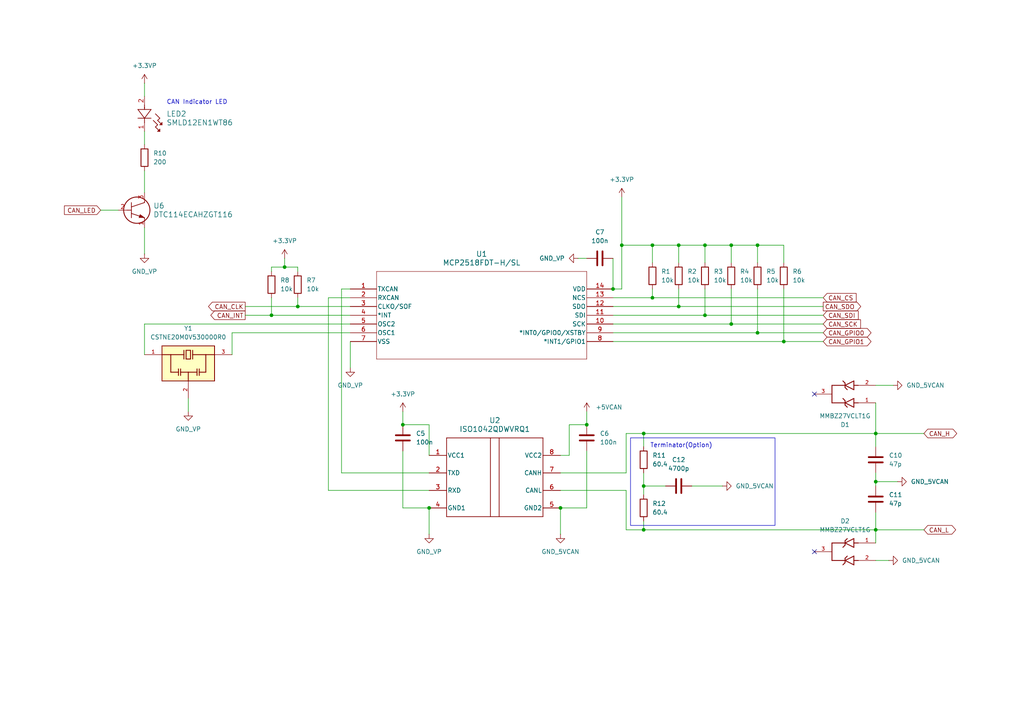
<source format=kicad_sch>
(kicad_sch (version 20250114) (generator "eeschema") (generator_version "9.0")
  (paper "A4")
  (title_block (title "CAN Isolation_Power Board") (date "2025-09-09") (rev "Ver.1.0") (company "ISHI-Kai"))
  (lib_symbols
    (symbol "CSTNE20M0V530000R0:CSTNE20M0V530000R0" (pin_names (offset 1.016))
      (property "Reference" "Y" (at -7.62 6.35 0))
      (property "Value" "CSTNE20M0V530000R0" (at 1.27 -6.35 0))
      (symbol "CSTNE20M0V530000R0_0_0"
        (polyline (pts (xy -7.62 2.54) (xy -5.08 2.54)) (stroke (width 0.254)))
        (rectangle (start -7.62 -5.08) (end 7.62 5.08) (stroke (width 0.254)) (fill (type background)))
        (polyline (pts (xy -5.08 2.54) (xy -1.27 2.54)) (stroke (width 0.254)))
        (polyline (pts (xy -5.08 -2.54) (xy -5.08 2.54)) (stroke (width 0.254)))
        (polyline (pts (xy -2.8575 -1.5875) (xy -2.8575 -2.54)) (stroke (width 0.254)))
        (polyline (pts (xy -2.8575 -2.54) (xy -5.08 -2.54)) (stroke (width 0.254)))
        (polyline (pts (xy -2.8575 -2.54) (xy -2.8575 -3.4925)) (stroke (width 0.254)))
        (polyline (pts (xy -2.2225 -1.5875) (xy -2.2225 -2.54)) (stroke (width 0.254)))
        (polyline (pts (xy -2.2225 -2.54) (xy -2.2225 -3.4925)) (stroke (width 0.254)))
        (polyline (pts (xy -1.27 3.81) (xy -1.27 2.54)) (stroke (width 0.254)))
        (polyline (pts (xy -1.27 2.54) (xy -1.27 1.27)) (stroke (width 0.254)))
        (polyline (pts (xy -0.635 3.81) (xy 0.635 3.81)) (stroke (width 0.254)))
        (polyline (pts (xy -0.635 1.27) (xy -0.635 3.81)) (stroke (width 0.254)))
        (polyline (pts (xy 0 -2.54) (xy -2.2225 -2.54)) (stroke (width 0.254)))
        (polyline (pts (xy 0 -2.54) (xy 2.54 -2.54)) (stroke (width 0.254)))
        (polyline (pts (xy 0 -5.08) (xy 0 -2.54)) (stroke (width 0.254)))
        (polyline (pts (xy 0.635 3.81) (xy 0.635 1.27)) (stroke (width 0.254)))
        (polyline (pts (xy 0.635 1.27) (xy -0.635 1.27)) (stroke (width 0.254)))
        (polyline (pts (xy 1.27 3.81) (xy 1.27 2.54)) (stroke (width 0.254)))
        (polyline (pts (xy 1.27 2.54) (xy 1.27 1.27)) (stroke (width 0.254)))
        (polyline (pts (xy 1.27 2.54) (xy 5.08 2.54)) (stroke (width 0.254)))
        (polyline (pts (xy 2.54 -1.5875) (xy 2.54 -2.54)) (stroke (width 0.254)))
        (polyline (pts (xy 2.54 -2.54) (xy 2.54 -3.4925)) (stroke (width 0.254)))
        (polyline (pts (xy 3.175 -1.5875) (xy 3.175 -2.54)) (stroke (width 0.254)))
        (polyline (pts (xy 3.175 -2.54) (xy 3.175 -3.4925)) (stroke (width 0.254)))
        (polyline (pts (xy 3.175 -2.54) (xy 5.08 -2.54)) (stroke (width 0.254)))
        (polyline (pts (xy 5.08 2.54) (xy 7.62 2.54)) (stroke (width 0.254)))
        (polyline (pts (xy 5.08 -2.54) (xy 5.08 2.54)) (stroke (width 0.254)))
        (pin input line (at -12.7 2.54 0) (length 5.08) (name "~") (number "1"))
        (pin power_in line (at 0 -10.16 90) (length 5.08) (name "~") (number "2"))
        (pin output line (at 12.7 2.54 180) (length 5.08) (name "~") (number "3"))
      )
    )
    (symbol "DTC114ECAHZGT116:DTC114ECAHZGT116" (pin_names (offset 0.254))
      (property "Reference" "R13" (at 10.16 1.2701 0))
      (property "Value" "DTC114ECAHZGT116" (at 10.16 -1.2699 0))
      (symbol "DTC114ECAHZGT116_0_1"
        (polyline (pts (xy 2.54 0) (xy 3.81 0)) (stroke (width 0.2032)))
        (polyline (pts (xy 3.81 0.9398) (xy 7.62 2.2098)) (stroke (width 0.2032)))
        (polyline (pts (xy 3.81 -0.9398) (xy 7.62 -2.2098)) (stroke (width 0.2032)))
        (polyline (pts (xy 3.81 -2.2098) (xy 3.81 2.2098)) (stroke (width 0.2032)))
        (circle (center 5.3848 0) (radius 3.81) (stroke (width 0.254)))
        (polyline (pts (xy 6.0198 -2.2098) (xy 6.35 -1.27) (xy 7.62 -2.2098)) (fill (type outline)))
        (polyline (pts (xy 7.62 2.2098) (xy 7.62 2.54)) (stroke (width 0.2032)))
        (polyline (pts (xy 7.62 -2.54) (xy 7.62 -2.2098)) (stroke (width 0.2032)))
        (pin unspecified line (at 7.62 5.08 270) (length 2.54) (name "") (number "3"))
      )
      (symbol "DTC114ECAHZGT116_1_1"
        (pin unspecified line (at 0 0 0) (length 2.54) (name "") (number "2"))
        (pin unspecified line (at 7.62 -5.08 90) (length 2.54) (name "") (number "1"))
      )
    )
    (symbol "Device:C" (pin_numbers (hide yes)) (pin_names (offset 0.254))
      (property "Reference" "C" (at 0.635 2.54 0))
      (property "Value" "C" (at 0.635 -2.54 0))
      (symbol "C_0_1"
        (polyline (pts (xy -2.032 0.762) (xy 2.032 0.762)) (stroke (width 0.508)))
        (polyline (pts (xy -2.032 -0.762) (xy 2.032 -0.762)) (stroke (width 0.508)))
      )
      (symbol "C_1_1"
        (pin passive line (at 0 3.81 270) (length 2.794) (name "~") (number "1"))
        (pin passive line (at 0 -3.81 90) (length 2.794) (name "~") (number "2"))
      )
    )
    (symbol "Device:R" (pin_numbers (hide yes)) (pin_names (offset 0))
      (property "Reference" "R" (at 2.032 0 90))
      (property "Value" "R" (at 0 0 90))
      (symbol "R_0_1"
        (rectangle (start -1.016 -2.54) (end 1.016 2.54) (stroke (width 0.254)))
      )
      (symbol "R_1_1"
        (pin passive line (at 0 3.81 270) (length 1.27) (name "~") (number "1"))
        (pin passive line (at 0 -3.81 90) (length 1.27) (name "~") (number "2"))
      )
    )
    (symbol "ISO1042QDWVRQ1:ISO1042QDWVRQ1" (pin_names (offset 0.254))
      (property "Reference" "U" (at 0 2.54 0))
      (property "Value" "ISO1042QDWVRQ1" (at 0 0 0))
      (symbol "ISO1042QDWVRQ1_0_1"
        (polyline (pts (xy 5.08 5.08) (xy 5.08 -17.78)) (stroke (width 0.2032)))
        (polyline (pts (xy 5.08 -17.78) (xy 33.02 -17.78)) (stroke (width 0.2032)))
        (polyline (pts (xy 17.78 5.08) (xy 17.78 -17.78)) (stroke (width 0.2032)))
        (polyline (pts (xy 20.32 5.08) (xy 20.32 -17.78)) (stroke (width 0.2032)))
        (polyline (pts (xy 33.02 5.08) (xy 5.08 5.08)) (stroke (width 0.2032)))
        (polyline (pts (xy 33.02 -17.78) (xy 33.02 5.08)) (stroke (width 0.2032)))
        (pin power_in line (at 0 0 0) (length 5.08) (name "VCC1") (number "1"))
        (pin input line (at 0 -5.08 0) (length 5.08) (name "TXD") (number "2"))
        (pin output line (at 0 -10.16 0) (length 5.08) (name "RXD") (number "3"))
        (pin power_in line (at 0 -15.24 0) (length 5.08) (name "GND1") (number "4"))
        (pin power_in line (at 38.1 0 180) (length 5.08) (name "VCC2") (number "8"))
        (pin bidirectional line (at 38.1 -5.08 180) (length 5.08) (name "CANH") (number "7"))
        (pin bidirectional line (at 38.1 -10.16 180) (length 5.08) (name "CANL") (number "6"))
        (pin power_in line (at 38.1 -15.24 180) (length 5.08) (name "GND2") (number "5"))
      )
    )
    (symbol "MCP2518FDT_H_SL:MCP2518FDT-H_SL" (pin_names (offset 0.254))
      (property "Reference" "U" (at 38.1 10.16 0))
      (property "Value" "MCP2518FDT-H/SL" (at 38.1 7.62 0))
      (symbol "MCP2518FDT-H_SL_0_1"
        (polyline (pts (xy 7.62 5.08) (xy 7.62 -20.32)) (stroke (width 0.127)))
        (polyline (pts (xy 7.62 -20.32) (xy 68.58 -20.32)) (stroke (width 0.127)))
        (polyline (pts (xy 68.58 5.08) (xy 7.62 5.08)) (stroke (width 0.127)))
        (polyline (pts (xy 68.58 -20.32) (xy 68.58 5.08)) (stroke (width 0.127)))
        (pin output line (at 0 0 0) (length 7.62) (name "TXCAN") (number "1"))
        (pin input line (at 0 -2.54 0) (length 7.62) (name "RXCAN") (number "2"))
        (pin output line (at 0 -5.08 0) (length 7.62) (name "CLKO/SOF") (number "3"))
        (pin output line (at 0 -7.62 0) (length 7.62) (name "*INT") (number "4"))
        (pin output line (at 0 -10.16 0) (length 7.62) (name "OSC2") (number "5"))
        (pin input line (at 0 -12.7 0) (length 7.62) (name "OSC1") (number "6"))
        (pin power_out line (at 0 -15.24 0) (length 7.62) (name "VSS") (number "7"))
        (pin power_in line (at 76.2 0 180) (length 7.62) (name "VDD") (number "14"))
        (pin input line (at 76.2 -2.54 180) (length 7.62) (name "NCS") (number "13"))
        (pin output line (at 76.2 -5.08 180) (length 7.62) (name "SDO") (number "12"))
        (pin input line (at 76.2 -7.62 180) (length 7.62) (name "SDI") (number "11"))
        (pin input line (at 76.2 -10.16 180) (length 7.62) (name "SCK") (number "10"))
        (pin bidirectional line (at 76.2 -12.7 180) (length 7.62) (name "*INT0/GPIO0/XSTBY") (number "9"))
        (pin bidirectional line (at 76.2 -15.24 180) (length 7.62) (name "*INT1/GPIO1") (number "8"))
      )
    )
    (symbol "MMBZ27VCLT1G:MMBZ27VCLT1G" (pin_names (offset 1.016))
      (property "Reference" "D" (at -7.62 5.08 0))
      (property "Value" "MMBZ27VCLT1G" (at -7.62 -6.35 0))
      (symbol "MMBZ27VCLT1G_0_0"
        (polyline (pts (xy -2.54 2.54) (xy -1.27 2.54)) (stroke (width 0.254)))
        (polyline (pts (xy -2.54 -2.54) (xy -1.27 -2.54)) (stroke (width 0.254)))
        (polyline (pts (xy -1.27 3.81) (xy -1.27 2.54)) (stroke (width 0.254)))
        (polyline (pts (xy -1.27 2.54) (xy -1.27 1.27)) (stroke (width 0.254)))
        (polyline (pts (xy -1.27 1.27) (xy 1.27 2.54)) (stroke (width 0.254)))
        (polyline (pts (xy -1.27 -1.27) (xy -1.27 -2.54)) (stroke (width 0.254)))
        (polyline (pts (xy -1.27 -2.54) (xy -1.27 -3.81)) (stroke (width 0.254)))
        (polyline (pts (xy -1.27 -3.81) (xy 1.27 -2.54)) (stroke (width 0.254)))
        (polyline (pts (xy 0.635 3.81) (xy 1.27 3.175)) (stroke (width 0.254)))
        (polyline (pts (xy 0.635 -1.27) (xy 1.27 -1.905)) (stroke (width 0.254)))
        (polyline (pts (xy 1.27 3.175) (xy 1.27 2.54)) (stroke (width 0.254)))
        (polyline (pts (xy 1.27 2.54) (xy -1.27 3.81)) (stroke (width 0.254)))
        (polyline (pts (xy 1.27 2.54) (xy 1.27 1.905)) (stroke (width 0.254)))
        (polyline (pts (xy 1.27 1.905) (xy 1.905 1.27)) (stroke (width 0.254)))
        (polyline (pts (xy 1.27 -1.905) (xy 1.27 -2.54)) (stroke (width 0.254)))
        (polyline (pts (xy 1.27 -2.54) (xy -1.27 -1.27)) (stroke (width 0.254)))
        (polyline (pts (xy 1.27 -2.54) (xy 1.27 -3.175)) (stroke (width 0.254)))
        (polyline (pts (xy 1.27 -3.175) (xy 1.905 -3.81)) (stroke (width 0.254)))
        (polyline (pts (xy 5.08 2.54) (xy 1.27 2.54)) (stroke (width 0.254)))
        (polyline (pts (xy 5.08 2.54) (xy 5.08 -2.54)) (stroke (width 0.254)))
        (polyline (pts (xy 5.08 -2.54) (xy 1.27 -2.54)) (stroke (width 0.254)))
        (pin passive line (at -7.62 2.54 0) (length 5.08) (name "~") (number "1"))
        (pin passive line (at -7.62 -2.54 0) (length 5.08) (name "~") (number "2"))
        (pin passive line (at 10.16 0 180) (length 5.08) (name "~") (number "3"))
      )
    )
    (symbol "SMLD12EN1WT86:SMLD12EN1WT86" (pin_names (offset 0.254))
      (property "Reference" "R" (at 5.08 -4.445 0))
      (property "Value" "SMLD12EN1WT86" (at 5.08 -7.62 0))
      (symbol "SMLD12EN1WT86_1_1"
        (polyline (pts (xy 2.54 0) (xy 3.4798 0)) (stroke (width 0.2032)))
        (polyline (pts (xy 3.175 0) (xy 3.81 0)) (stroke (width 0.2032)))
        (polyline (pts (xy 3.81 1.905) (xy 3.81 -1.905)) (stroke (width 0.2032)))
        (polyline (pts (xy 3.81 -1.905) (xy 6.35 0)) (stroke (width 0.2032)))
        (polyline (pts (xy 5.08 3.175) (xy 6.35 4.445)) (stroke (width 0.2032)))
        (polyline (pts (xy 6.35 4.445) (xy 6.985 3.81)) (stroke (width 0.2032)))
        (polyline (pts (xy 6.35 0) (xy 3.81 1.905)) (stroke (width 0.2032)))
        (polyline (pts (xy 6.35 0) (xy 7.62 0)) (stroke (width 0.2032)))
        (polyline (pts (xy 6.35 -1.905) (xy 6.35 1.905)) (stroke (width 0.2032)))
        (polyline (pts (xy 6.985 3.81) (xy 8.255 5.08)) (stroke (width 0.2032)))
        (polyline (pts (xy 6.985 2.54) (xy 8.255 3.81)) (stroke (width 0.2032)))
        (polyline (pts (xy 7.62 5.08) (xy 8.255 4.445)) (stroke (width 0.2032)))
        (polyline (pts (xy 8.255 5.08) (xy 7.62 5.08)) (stroke (width 0.2032)))
        (polyline (pts (xy 8.255 4.445) (xy 8.255 5.08)) (stroke (width 0.2032)))
        (polyline (pts (xy 8.255 3.81) (xy 8.89 3.175)) (stroke (width 0.2032)))
        (polyline (pts (xy 8.89 3.175) (xy 10.16 4.445)) (stroke (width 0.2032)))
        (polyline (pts (xy 9.525 4.445) (xy 10.16 3.81)) (stroke (width 0.2032)))
        (polyline (pts (xy 10.16 4.445) (xy 9.525 4.445)) (stroke (width 0.2032)))
        (polyline (pts (xy 10.16 3.81) (xy 10.16 4.445)) (stroke (width 0.2032)))
        (pin unspecified line (at 0 0 0) (length 2.54) (name "") (number "2"))
        (pin unspecified line (at 10.16 0 180) (length 2.54) (name "") (number "1"))
      )
      (symbol "SMLD12EN1WT86_1_2"
        (polyline (pts (xy -5.08 8.255) (xy -5.08 7.62)) (stroke (width 0.2032)))
        (polyline (pts (xy -5.08 7.62) (xy -4.445 8.255)) (stroke (width 0.2032)))
        (polyline (pts (xy -4.445 10.16) (xy -4.445 9.525)) (stroke (width 0.2032)))
        (polyline (pts (xy -4.445 9.525) (xy -3.81 10.16)) (stroke (width 0.2032)))
        (polyline (pts (xy -4.445 8.255) (xy -5.08 8.255)) (stroke (width 0.2032)))
        (polyline (pts (xy -4.445 6.35) (xy -3.81 6.985)) (stroke (width 0.2032)))
        (polyline (pts (xy -3.81 10.16) (xy -4.445 10.16)) (stroke (width 0.2032)))
        (polyline (pts (xy -3.81 8.255) (xy -3.175 8.89)) (stroke (width 0.2032)))
        (polyline (pts (xy -3.81 6.985) (xy -5.08 8.255)) (stroke (width 0.2032)))
        (polyline (pts (xy -3.175 8.89) (xy -4.445 10.16)) (stroke (width 0.2032)))
        (polyline (pts (xy -3.175 5.08) (xy -4.445 6.35)) (stroke (width 0.2032)))
        (polyline (pts (xy -2.54 6.985) (xy -3.81 8.255)) (stroke (width 0.2032)))
        (polyline (pts (xy -1.905 3.81) (xy 1.905 3.81)) (stroke (width 0.2032)))
        (polyline (pts (xy 0 6.35) (xy -1.905 3.81)) (stroke (width 0.2032)))
        (polyline (pts (xy 0 6.35) (xy 0 7.62)) (stroke (width 0.2032)))
        (polyline (pts (xy 0 3.175) (xy 0 3.81)) (stroke (width 0.2032)))
        (polyline (pts (xy 0 2.54) (xy 0 3.4798)) (stroke (width 0.2032)))
        (polyline (pts (xy 1.905 6.35) (xy -1.905 6.35)) (stroke (width 0.2032)))
        (polyline (pts (xy 1.905 3.81) (xy 0 6.35)) (stroke (width 0.2032)))
        (pin unspecified line (at 0 10.16 270) (length 2.54) (name "") (number "1"))
        (pin unspecified line (at 0 0 90) (length 2.54) (name "") (number "2"))
      )
    )
    (symbol "power:+3.3VP" (power) (pin_numbers (hide yes)) (pin_names (offset 0) (hide yes))
      (property "Value" "+3.3VP" (at 0 3.556 0))
      (symbol "+3.3VP_0_0"
        (pin power_in line (at 0 0 90) (length 0) (name "~") (number "1"))
      )
      (symbol "+3.3VP_0_1"
        (polyline (pts (xy -0.762 1.27) (xy 0 2.54)))
        (polyline (pts (xy 0 2.54) (xy 0.762 1.27)))
        (polyline (pts (xy 0 0) (xy 0 2.54)))
      )
    )
    (symbol "power:+5C" (power) (pin_numbers (hide yes)) (pin_names (offset 0) (hide yes))
      (property "Value" "+5C" (at 0 3.556 0))
      (symbol "+5C_0_1"
        (polyline (pts (xy -0.762 1.27) (xy 0 2.54)))
        (polyline (pts (xy 0 2.54) (xy 0.762 1.27)))
        (polyline (pts (xy 0 0) (xy 0 2.54)))
      )
      (symbol "+5C_1_1"
        (pin power_in line (at 0 0 90) (length 0) (name "~") (number "1"))
      )
    )
    (symbol "power:GND1" (power) (pin_numbers (hide yes)) (pin_names (offset 0) (hide yes))
      (property "Value" "GND1" (at 0 -3.81 0))
      (symbol "GND1_0_1"
        (polyline (pts (xy 0 0) (xy 0 -1.27) (xy 1.27 -1.27) (xy 0 -2.54) (xy -1.27 -1.27) (xy 0 -1.27)))
      )
      (symbol "GND1_1_1"
        (pin power_in line (at 0 0 270) (length 0) (name "~") (number "1"))
      )
    )
    (symbol "power:GND2" (power) (pin_numbers (hide yes)) (pin_names (offset 0) (hide yes))
      (property "Value" "GND2" (at 0 -3.81 0))
      (symbol "GND2_0_1"
        (polyline (pts (xy 0 0) (xy 0 -1.27) (xy 1.27 -1.27) (xy 0 -2.54) (xy -1.27 -1.27) (xy 0 -1.27)))
      )
      (symbol "GND2_1_1"
        (pin power_in line (at 0 0 270) (length 0) (name "~") (number "1"))
      )
    )
  )
  (rectangle (start 182.88 127) (end 224.79 152.4))
  (text "CAN Indicator LED" (at 57.15 29.718 0) (effects (font (size 1.27 1.27))))
  (text "Terminator(Option)" (at 197.612 129.286 0) (effects (font (size 1.27 1.27))))
  (junction (at 189.23 71.12))
  (junction (at 116.84 123.19))
  (junction (at 86.36 88.9))
  (junction (at 254 139.7))
  (junction (at 180.34 71.12))
  (junction (at 82.55 77.47))
  (junction (at 78.74 91.44))
  (junction (at 219.71 71.12))
  (junction (at 212.09 93.98))
  (junction (at 227.33 99.06))
  (junction (at 254 153.67))
  (junction (at 189.23 86.36))
  (junction (at 186.69 153.67))
  (junction (at 196.85 71.12))
  (junction (at 124.46 147.32))
  (junction (at 177.8 83.82))
  (junction (at 219.71 96.52))
  (junction (at 196.85 88.9))
  (junction (at 186.69 125.73))
  (junction (at 204.47 91.44))
  (junction (at 204.47 71.12))
  (junction (at 162.56 147.32))
  (junction (at 212.09 71.12))
  (junction (at 254 125.73))
  (junction (at 170.18 123.19))
  (junction (at 186.69 140.97))
  (no_connect (at 236.22 160.02))
  (no_connect (at 236.22 114.3))
  (wire (pts (xy 177.8 96.52) (xy 219.71 96.52)))
  (wire (pts (xy 177.8 91.44) (xy 204.47 91.44)))
  (wire (pts (xy 116.84 123.19) (xy 124.46 123.19)))
  (wire (pts (xy 86.36 78.74) (xy 86.36 77.47)))
  (wire (pts (xy 254 125.73) (xy 254 129.54)))
  (wire (pts (xy 71.12 88.9) (xy 86.36 88.9)))
  (wire (pts (xy 189.23 71.12) (xy 189.23 76.2)))
  (wire (pts (xy 180.34 83.82) (xy 177.8 83.82)))
  (wire (pts (xy 254 148.59) (xy 254 153.67)))
  (wire (pts (xy 254 125.73) (xy 267.97 125.73)))
  (wire (pts (xy 212.09 71.12) (xy 212.09 76.2)))
  (wire (pts (xy 196.85 83.82) (xy 196.85 88.9)))
  (wire (pts (xy 54.61 115.57) (xy 54.61 119.38)))
  (wire (pts (xy 212.09 83.82) (xy 212.09 93.98)))
  (wire (pts (xy 41.91 49.53) (xy 41.91 55.88)))
  (wire (pts (xy 180.34 57.15) (xy 180.34 71.12)))
  (wire (pts (xy 189.23 83.82) (xy 189.23 86.36)))
  (wire (pts (xy 254 162.56) (xy 257.81 162.56)))
  (wire (pts (xy 180.34 71.12) (xy 180.34 83.82)))
  (wire (pts (xy 86.36 88.9) (xy 101.6 88.9)))
  (wire (pts (xy 227.33 99.06) (xy 238.76 99.06)))
  (wire (pts (xy 41.91 102.87) (xy 41.91 93.98)))
  (wire (pts (xy 186.69 140.97) (xy 193.04 140.97)))
  (wire (pts (xy 186.69 140.97) (xy 186.69 143.51)))
  (wire (pts (xy 124.46 132.08) (xy 124.46 123.19)))
  (wire (pts (xy 181.61 153.67) (xy 181.61 142.24)))
  (wire (pts (xy 99.06 83.82) (xy 101.6 83.82)))
  (wire (pts (xy 170.18 147.32) (xy 162.56 147.32)))
  (wire (pts (xy 254 139.7) (xy 260.35 139.7)))
  (wire (pts (xy 196.85 71.12) (xy 189.23 71.12)))
  (wire (pts (xy 101.6 96.52) (xy 67.31 96.52)))
  (wire (pts (xy 165.1 123.19) (xy 170.18 123.19)))
  (wire (pts (xy 219.71 71.12) (xy 212.09 71.12)))
  (wire (pts (xy 196.85 88.9) (xy 238.76 88.9)))
  (wire (pts (xy 116.84 147.32) (xy 124.46 147.32)))
  (wire (pts (xy 170.18 130.81) (xy 170.18 147.32)))
  (wire (pts (xy 227.33 83.82) (xy 227.33 99.06)))
  (wire (pts (xy 181.61 125.73) (xy 186.69 125.73)))
  (wire (pts (xy 177.8 86.36) (xy 189.23 86.36)))
  (wire (pts (xy 82.55 77.47) (xy 78.74 77.47)))
  (wire (pts (xy 78.74 91.44) (xy 101.6 91.44)))
  (wire (pts (xy 41.91 66.04) (xy 41.91 73.66)))
  (wire (pts (xy 67.31 96.52) (xy 67.31 102.87)))
  (wire (pts (xy 186.69 125.73) (xy 254 125.73)))
  (wire (pts (xy 71.12 91.44) (xy 78.74 91.44)))
  (wire (pts (xy 212.09 93.98) (xy 238.76 93.98)))
  (wire (pts (xy 116.84 119.38) (xy 116.84 123.19)))
  (wire (pts (xy 204.47 71.12) (xy 196.85 71.12)))
  (wire (pts (xy 41.91 93.98) (xy 101.6 93.98)))
  (wire (pts (xy 101.6 99.06) (xy 101.6 106.68)))
  (wire (pts (xy 254 116.84) (xy 254 125.73)))
  (wire (pts (xy 162.56 137.16) (xy 181.61 137.16)))
  (wire (pts (xy 99.06 137.16) (xy 99.06 83.82)))
  (wire (pts (xy 254 153.67) (xy 267.97 153.67)))
  (wire (pts (xy 204.47 83.82) (xy 204.47 91.44)))
  (wire (pts (xy 181.61 125.73) (xy 181.61 137.16)))
  (wire (pts (xy 177.8 74.93) (xy 177.8 83.82)))
  (wire (pts (xy 254 139.7) (xy 254 140.97)))
  (wire (pts (xy 170.18 119.38) (xy 170.18 123.19)))
  (wire (pts (xy 219.71 83.82) (xy 219.71 96.52)))
  (wire (pts (xy 177.8 88.9) (xy 196.85 88.9)))
  (wire (pts (xy 165.1 132.08) (xy 165.1 123.19)))
  (wire (pts (xy 189.23 86.36) (xy 238.76 86.36)))
  (wire (pts (xy 254 111.76) (xy 259.08 111.76)))
  (wire (pts (xy 204.47 91.44) (xy 238.76 91.44)))
  (wire (pts (xy 29.21 60.96) (xy 34.29 60.96)))
  (wire (pts (xy 86.36 77.47) (xy 82.55 77.47)))
  (wire (pts (xy 219.71 71.12) (xy 219.71 76.2)))
  (wire (pts (xy 95.25 86.36) (xy 95.25 142.24)))
  (wire (pts (xy 177.8 93.98) (xy 212.09 93.98)))
  (wire (pts (xy 167.64 74.93) (xy 170.18 74.93)))
  (wire (pts (xy 116.84 130.81) (xy 116.84 147.32)))
  (wire (pts (xy 186.69 153.67) (xy 254 153.67)))
  (wire (pts (xy 254 137.16) (xy 254 139.7)))
  (wire (pts (xy 204.47 71.12) (xy 204.47 76.2)))
  (wire (pts (xy 162.56 147.32) (xy 162.56 154.94)))
  (wire (pts (xy 41.91 24.13) (xy 41.91 27.94)))
  (wire (pts (xy 86.36 86.36) (xy 86.36 88.9)))
  (wire (pts (xy 162.56 142.24) (xy 181.61 142.24)))
  (wire (pts (xy 212.09 71.12) (xy 204.47 71.12)))
  (wire (pts (xy 162.56 132.08) (xy 165.1 132.08)))
  (wire (pts (xy 101.6 86.36) (xy 95.25 86.36)))
  (wire (pts (xy 41.91 38.1) (xy 41.91 41.91)))
  (wire (pts (xy 124.46 137.16) (xy 99.06 137.16)))
  (wire (pts (xy 181.61 153.67) (xy 186.69 153.67)))
  (wire (pts (xy 254 153.67) (xy 254 157.48)))
  (wire (pts (xy 186.69 137.16) (xy 186.69 140.97)))
  (wire (pts (xy 196.85 71.12) (xy 196.85 76.2)))
  (wire (pts (xy 186.69 151.13) (xy 186.69 153.67)))
  (wire (pts (xy 95.25 142.24) (xy 124.46 142.24)))
  (wire (pts (xy 78.74 77.47) (xy 78.74 78.74)))
  (wire (pts (xy 186.69 125.73) (xy 186.69 129.54)))
  (wire (pts (xy 219.71 96.52) (xy 238.76 96.52)))
  (wire (pts (xy 189.23 71.12) (xy 180.34 71.12)))
  (wire (pts (xy 200.66 140.97) (xy 209.55 140.97)))
  (wire (pts (xy 124.46 147.32) (xy 124.46 154.94)))
  (wire (pts (xy 177.8 99.06) (xy 227.33 99.06)))
  (wire (pts (xy 227.33 76.2) (xy 227.33 71.12)))
  (wire (pts (xy 78.74 86.36) (xy 78.74 91.44)))
  (wire (pts (xy 82.55 74.93) (xy 82.55 77.47)))
  (wire (pts (xy 227.33 71.12) (xy 219.71 71.12)))
  (global_label "CAN_H" (shape bidirectional) (at 267.97 125.73 0) (property "Intersheetrefs" "${INTERSHEET_REFS}" (effects (hide yes))))
  (global_label "CAN_L" (shape bidirectional) (at 267.97 153.67 0) (property "Intersheetrefs" "${INTERSHEET_REFS}" (effects (hide yes))))
  (global_label "CAN_INT" (shape output) (at 71.12 91.44 180) (property "Intersheetrefs" "${INTERSHEET_REFS}" (effects (hide yes))))
  (global_label "CAN_CLK" (shape output) (at 71.12 88.9 180) (property "Intersheetrefs" "${INTERSHEET_REFS}" (effects (hide yes))))
  (global_label "CAN_GPIO1" (shape bidirectional) (at 238.76 99.06 0) (property "Intersheetrefs" "${INTERSHEET_REFS}" (effects (hide yes))))
  (global_label "CAN_GPIO0" (shape bidirectional) (at 238.76 96.52 0) (property "Intersheetrefs" "${INTERSHEET_REFS}" (effects (hide yes))))
  (global_label "CAN_SDI" (shape input) (at 238.76 91.44 0) (property "Intersheetrefs" "${INTERSHEET_REFS}" (effects (hide yes))))
  (global_label "CAN_SCK" (shape input) (at 238.76 93.98 0) (property "Intersheetrefs" "${INTERSHEET_REFS}" (effects (hide yes))))
  (global_label "CAN_SDO" (shape output) (at 238.76 88.9 0) (property "Intersheetrefs" "${INTERSHEET_REFS}" (effects (hide yes))))
  (global_label "CAN_CS" (shape input) (at 238.76 86.36 0) (property "Intersheetrefs" "${INTERSHEET_REFS}" (effects (hide yes))))
  (global_label "CAN_LED" (shape input) (at 29.21 60.96 180) (property "Intersheetrefs" "${INTERSHEET_REFS}" (effects (hide yes))))
  (symbol (lib_id "Device:R") (at 212.09 80.01 0) (unit 1)
    (property "Reference" "R4" (at 214.63 78.7399 0) (effects (justify left)))
    (property "Value" "10k" (at 214.63 81.2799 0) (effects (justify left)))
    (property "Footprint" "Resistor_SMD:R_0603_1608Metric" (effects (hide yes)))
    (property "Description" "Resistor" (effects (hide yes)))
  )
  (symbol (lib_id "Device:R") (at 78.74 82.55 0) (unit 1)
    (property "Reference" "R8" (at 81.28 81.2799 0) (effects (justify left)))
    (property "Value" "10k" (at 81.28 83.8199 0) (effects (justify left)))
    (property "Footprint" "Resistor_SMD:R_0603_1608Metric" (effects (hide yes)))
    (property "Description" "Resistor" (effects (hide yes)))
  )
  (symbol (lib_id "Device:R") (at 219.71 80.01 0) (unit 1)
    (property "Reference" "R5" (at 222.25 78.7399 0) (effects (justify left)))
    (property "Value" "10k" (at 222.25 81.2799 0) (effects (justify left)))
    (property "Footprint" "Resistor_SMD:R_0603_1608Metric" (effects (hide yes)))
    (property "Description" "Resistor" (effects (hide yes)))
  )
  (symbol (lib_id "Device:R") (at 186.69 133.35 0) (unit 1)
    (property "Reference" "R11" (at 189.23 132.0799 0) (effects (justify left)))
    (property "Value" "60.4" (at 189.23 134.6199 0) (effects (justify left)))
    (property "Footprint" "Resistor_THT:R_Axial_DIN0207_L6.3mm_D2.5mm_P7.62mm_Horizontal" (effects (hide yes)))
    (property "Description" "Resistor" (effects (hide yes)))
  )
  (symbol (lib_id "MMBZ27VCLT1G:MMBZ27VCLT1G") (at 246.38 114.3 180) (unit 1)
    (property "Reference" "D1" (at 245.11 123.19 0))
    (property "Value" "MMBZ27VCLT1G" (at 245.11 120.65 0))
    (property "Footprint" "CAN_Isolation:SOT95P237X111-3N" (effects (hide yes)))
    (property "PARTREV" "17" (effects (hide yes)))
    (property "STANDARD" "IPC-7351B" (effects (hide yes)))
    (property "MAXIMUM_PACKAGE_HEIGHT" "1.11mm" (effects (hide yes)))
    (property "MANUFACTURER" "ON Semiconductor" (effects (hide yes)))
  )
  (symbol (lib_id "power:GND1") (at 167.64 74.93 270) (mirror x) (unit 1)
    (property "Reference" "#PWR013" (effects (hide yes)))
    (property "Value" "GND_VP" (at 163.83 74.9299 90) (effects (justify right)))
    (property "Description" "Power symbol creates a global label with name \"GND1\" , ground" (effects (hide yes)))
  )
  (symbol (lib_id "power:GND2") (at 162.56 154.94 0) (unit 1)
    (property "Reference" "#PWR010" (effects (hide yes)))
    (property "Value" "GND_5VCAN" (at 162.56 160.02 0))
    (property "Description" "Power symbol creates a global label with name \"GND2\" , ground" (effects (hide yes)))
  )
  (symbol (lib_id "power:GND2") (at 259.08 111.76 90) (unit 1)
    (property "Reference" "#PWR022" (effects (hide yes)))
    (property "Value" "GND_5VCAN" (at 262.89 111.7599 90) (effects (justify right)))
    (property "Description" "Power symbol creates a global label with name \"GND2\" , ground" (effects (hide yes)))
  )
  (symbol (lib_id "power:GND2") (at 260.35 139.7 90) (unit 1)
    (property "Reference" "#PWR024" (effects (hide yes)))
    (property "Value" "GND_5VCAN" (at 264.16 139.6999 90) (effects (justify right)))
    (property "Description" "Power symbol creates a global label with name \"GND2\" , ground" (effects (hide yes)))
  )
  (symbol (lib_id "power:+3.3VP") (at 116.84 119.38 0) (unit 1)
    (property "Reference" "#PWR02" (effects (hide yes)))
    (property "Value" "+3.3VP" (at 116.84 114.3 0))
    (property "Description" "Power symbol creates a global label with name \"+3.3VP\"" (effects (hide yes)))
  )
  (symbol (lib_id "Device:C") (at 254 144.78 0) (unit 1)
    (property "Reference" "C11" (at 257.81 143.5099 0) (effects (justify left)))
    (property "Value" "47p" (at 257.81 146.0499 0) (effects (justify left)))
    (property "Footprint" "Capacitor_SMD:C_0603_1608Metric" (effects (hide yes)))
    (property "Description" "Unpolarized capacitor" (effects (hide yes)))
  )
  (symbol (lib_id "Device:C") (at 173.99 74.93 90) (unit 1)
    (property "Reference" "C7" (at 173.99 67.31 90))
    (property "Value" "100n" (at 173.99 69.85 90))
    (property "Footprint" "Capacitor_SMD:C_0603_1608Metric" (effects (hide yes)))
    (property "Description" "Unpolarized capacitor" (effects (hide yes)))
  )
  (symbol (lib_id "Device:C") (at 170.18 127 0) (unit 1)
    (property "Reference" "C6" (at 173.99 125.7299 0) (effects (justify left)))
    (property "Value" "100n" (at 173.99 128.2699 0) (effects (justify left)))
    (property "Footprint" "Capacitor_SMD:C_0603_1608Metric" (effects (hide yes)))
    (property "Description" "Unpolarized capacitor" (effects (hide yes)))
  )
  (symbol (lib_id "Device:C") (at 254 133.35 0) (unit 1)
    (property "Reference" "C10" (at 257.81 132.0799 0) (effects (justify left)))
    (property "Value" "47p" (at 257.81 134.6199 0) (effects (justify left)))
    (property "Footprint" "Capacitor_SMD:C_0603_1608Metric" (effects (hide yes)))
    (property "Description" "Unpolarized capacitor" (effects (hide yes)))
  )
  (symbol (lib_id "Device:R") (at 227.33 80.01 0) (unit 1)
    (property "Reference" "R6" (at 229.87 78.7399 0) (effects (justify left)))
    (property "Value" "10k" (at 229.87 81.2799 0) (effects (justify left)))
    (property "Footprint" "Resistor_SMD:R_0603_1608Metric" (effects (hide yes)))
    (property "Description" "Resistor" (effects (hide yes)))
  )
  (symbol (lib_id "power:+3.3VP") (at 82.55 74.93 0) (unit 1)
    (property "Reference" "#PWR015" (effects (hide yes)))
    (property "Value" "+3.3VP" (at 82.55 69.85 0))
    (property "Description" "Power symbol creates a global label with name \"+3.3VP\"" (effects (hide yes)))
  )
  (symbol (lib_id "Device:C") (at 116.84 127 0) (unit 1)
    (property "Reference" "C5" (at 120.65 125.7299 0) (effects (justify left)))
    (property "Value" "100n" (at 120.65 128.2699 0) (effects (justify left)))
    (property "Footprint" "Capacitor_SMD:C_0603_1608Metric" (effects (hide yes)))
    (property "Description" "Unpolarized capacitor" (effects (hide yes)))
  )
  (symbol (lib_id "Device:R") (at 189.23 80.01 0) (unit 1)
    (property "Reference" "R1" (at 191.77 78.7399 0) (effects (justify left)))
    (property "Value" "10k" (at 191.77 81.2799 0) (effects (justify left)))
    (property "Footprint" "Resistor_SMD:R_0603_1608Metric" (effects (hide yes)))
    (property "Description" "Resistor" (effects (hide yes)))
  )
  (symbol (lib_id "DTC114ECAHZGT116:DTC114ECAHZGT116") (at 34.29 60.96 0) (unit 1)
    (property "Reference" "U6" (at 44.45 59.6899 0) (effects (font (size 1.524 1.524)) (justify left)))
    (property "Value" "DTC114ECAHZGT116" (at 44.45 62.2299 0) (effects (font (size 1.524 1.524)) (justify left)))
    (property "Footprint" "CAN_Isolation:TRANS_DTCZCAHZGT_ROM" (effects (hide yes)))
    (property "Datasheet" "DTC114ECAHZGT116" (effects (hide yes)))
  )
  (symbol (lib_id "Device:R") (at 186.69 147.32 0) (unit 1)
    (property "Reference" "R12" (at 189.23 146.0499 0) (effects (justify left)))
    (property "Value" "60.4" (at 189.23 148.5899 0) (effects (justify left)))
    (property "Footprint" "Resistor_THT:R_Axial_DIN0207_L6.3mm_D2.5mm_P7.62mm_Horizontal" (effects (hide yes)))
    (property "Description" "Resistor" (effects (hide yes)))
  )
  (symbol (lib_id "power:GND2") (at 257.81 162.56 90) (unit 1)
    (property "Reference" "#PWR023" (effects (hide yes)))
    (property "Value" "GND_5VCAN" (at 261.62 162.5599 90) (effects (justify right)))
    (property "Description" "Power symbol creates a global label with name \"GND2\" , ground" (effects (hide yes)))
  )
  (symbol (lib_id "ISO1042QDWVRQ1:ISO1042QDWVRQ1") (at 124.46 132.08 0) (unit 1)
    (property "Reference" "U2" (at 143.51 121.92 0) (effects (font (size 1.524 1.524))))
    (property "Value" "ISO1042QDWVRQ1" (at 143.51 124.46 0) (effects (font (size 1.524 1.524))))
    (property "Footprint" "CAN_Isolation:DWV0008A-IPC_A" (effects (hide yes)))
    (property "Datasheet" "https://www.ti.com/lit/gpn/iso1042-q1" (effects (hide yes)))
  )
  (symbol (lib_id "power:GND2") (at 209.55 140.97 90) (unit 1)
    (property "Reference" "#PWR021" (effects (hide yes)))
    (property "Value" "GND_5VCAN" (at 213.36 140.9699 90) (effects (justify right)))
    (property "Description" "Power symbol creates a global label with name \"GND2\" , ground" (effects (hide yes)))
  )
  (symbol (lib_id "power:+3.3VP") (at 180.34 57.15 0) (unit 1)
    (property "Reference" "#PWR06" (effects (hide yes)))
    (property "Value" "+3.3VP" (at 180.34 52.07 0))
    (property "Description" "Power symbol creates a global label with name \"+3.3VP\"" (effects (hide yes)))
  )
  (symbol (lib_id "power:GND1") (at 101.6 106.68 0) (unit 1)
    (property "Reference" "#PWR012" (effects (hide yes)))
    (property "Value" "GND_VP" (at 101.6 111.76 0))
    (property "Description" "Power symbol creates a global label with name \"GND1\" , ground" (effects (hide yes)))
  )
  (symbol (lib_id "power:GND1") (at 54.61 119.38 0) (unit 1)
    (property "Reference" "#PWR014" (effects (hide yes)))
    (property "Value" "GND_VP" (at 54.61 124.46 0))
    (property "Description" "Power symbol creates a global label with name \"GND1\" , ground" (effects (hide yes)))
  )
  (symbol (lib_id "SMLD12EN1WT86:SMLD12EN1WT86") (at 41.91 27.94 270) (unit 1)
    (property "Reference" "LED2" (at 48.26 33.0199 90) (effects (font (size 1.524 1.524)) (justify left)))
    (property "Value" "SMLD12EN1WT86" (at 48.26 35.5599 90) (effects (font (size 1.524 1.524)) (justify left)))
    (property "Footprint" "CAN_Isolation:SMLD12EN1WT86" (effects (hide yes)))
    (property "Datasheet" "SMLD12EN1WT86" (effects (hide yes)))
  )
  (symbol (lib_id "power:GND1") (at 41.91 73.66 0) (unit 1)
    (property "Reference" "#PWR017" (effects (hide yes)))
    (property "Value" "GND_VP" (at 41.91 78.74 0))
    (property "Description" "Power symbol creates a global label with name \"GND1\" , ground" (effects (hide yes)))
  )
  (symbol (lib_id "power:+5C") (at 170.18 119.38 0) (unit 1)
    (property "Reference" "#PWR04" (effects (hide yes)))
    (property "Value" "+5VCAN" (at 172.72 118.1099 0) (effects (justify left)))
    (property "Description" "Power symbol creates a global label with name \"+5C\"" (effects (hide yes)))
  )
  (symbol (lib_id "Device:R") (at 204.47 80.01 0) (unit 1)
    (property "Reference" "R3" (at 207.01 78.7399 0) (effects (justify left)))
    (property "Value" "10k" (at 207.01 81.2799 0) (effects (justify left)))
    (property "Footprint" "Resistor_SMD:R_0603_1608Metric" (effects (hide yes)))
    (property "Description" "Resistor" (effects (hide yes)))
  )
  (symbol (lib_id "power:+3.3VP") (at 41.91 24.13 0) (unit 1)
    (property "Reference" "#PWR016" (effects (hide yes)))
    (property "Value" "+3.3VP" (at 41.91 19.05 0))
    (property "Description" "Power symbol creates a global label with name \"+3.3VP\"" (effects (hide yes)))
  )
  (symbol (lib_id "CSTNE20M0V530000R0:CSTNE20M0V530000R0") (at 54.61 105.41 0) (unit 1)
    (property "Reference" "Y1" (at 54.61 95.25 0))
    (property "Value" "CSTNE20M0V530000R0" (at 54.61 97.79 0))
    (property "Footprint" "CAN_Isolation:OSC_CSTNE20M0V530000R0" (effects (hide yes)))
    (property "PARTREV" "JGC42-8853B" (effects (hide yes)))
    (property "MANUFACTURER" "Murata" (effects (hide yes)))
    (property "MAXIMUM_PACKAGE_HEIGHT" "1mm" (effects (hide yes)))
    (property "STANDARD" "Manufacturer Recomendations" (effects (hide yes)))
  )
  (symbol (lib_id "MMBZ27VCLT1G:MMBZ27VCLT1G") (at 246.38 160.02 0) (mirror y) (unit 1)
    (property "Reference" "D2" (at 245.11 151.13 0))
    (property "Value" "MMBZ27VCLT1G" (at 245.11 153.67 0))
    (property "Footprint" "CAN_Isolation:SOT95P237X111-3N" (effects (hide yes)))
    (property "PARTREV" "17" (effects (hide yes)))
    (property "STANDARD" "IPC-7351B" (effects (hide yes)))
    (property "MAXIMUM_PACKAGE_HEIGHT" "1.11mm" (effects (hide yes)))
    (property "MANUFACTURER" "ON Semiconductor" (effects (hide yes)))
  )
  (symbol (lib_id "Device:C") (at 196.85 140.97 90) (unit 1)
    (property "Reference" "C12" (at 196.85 133.35 90))
    (property "Value" "4700p" (at 196.85 135.89 90))
    (property "Footprint" "Capacitor_SMD:C_0603_1608Metric" (effects (hide yes)))
    (property "Description" "Unpolarized capacitor" (effects (hide yes)))
  )
  (symbol (lib_id "MCP2518FDT_H_SL:MCP2518FDT-H_SL") (at 101.6 83.82 0) (unit 1)
    (property "Reference" "U1" (at 139.7 73.66 0) (effects (font (size 1.524 1.524))))
    (property "Value" "MCP2518FDT-H/SL" (at 139.7 76.2 0) (effects (font (size 1.524 1.524))))
    (property "Footprint" "CAN_Isolation:SOIC14_150MIL_SL_MCH" (effects (hide yes)))
    (property "Datasheet" "MCP2518FDT-H/SL" (effects (hide yes)))
  )
  (symbol (lib_id "power:GND1") (at 124.46 154.94 0) (unit 1)
    (property "Reference" "#PWR011" (effects (hide yes)))
    (property "Value" "GND_VP" (at 124.46 160.02 0))
    (property "Description" "Power symbol creates a global label with name \"GND1\" , ground" (effects (hide yes)))
  )
  (symbol (lib_id "Device:R") (at 86.36 82.55 0) (unit 1)
    (property "Reference" "R7" (at 88.9 81.2799 0) (effects (justify left)))
    (property "Value" "10k" (at 88.9 83.8199 0) (effects (justify left)))
    (property "Footprint" "Resistor_SMD:R_0603_1608Metric" (effects (hide yes)))
    (property "Description" "Resistor" (effects (hide yes)))
  )
  (symbol (lib_id "Device:R") (at 196.85 80.01 0) (unit 1)
    (property "Reference" "R2" (at 199.39 78.7399 0) (effects (justify left)))
    (property "Value" "10k" (at 199.39 81.2799 0) (effects (justify left)))
    (property "Footprint" "Resistor_SMD:R_0603_1608Metric" (effects (hide yes)))
    (property "Description" "Resistor" (effects (hide yes)))
  )
  (symbol (lib_id "Device:R") (at 41.91 45.72 0) (unit 1)
    (property "Reference" "R10" (at 44.45 44.4499 0) (effects (justify left)))
    (property "Value" "200" (at 44.45 46.9899 0) (effects (justify left)))
    (property "Footprint" "Resistor_SMD:R_0603_1608Metric" (effects (hide yes)))
    (property "Description" "Resistor" (effects (hide yes)))
  )
)
</source>
